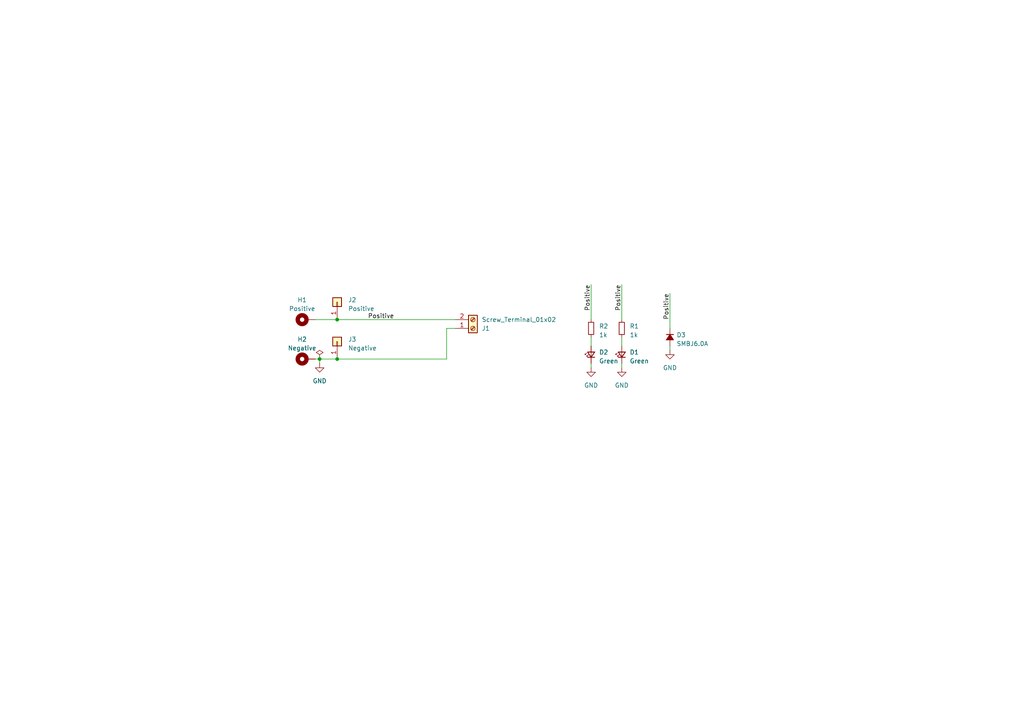
<source format=kicad_sch>
(kicad_sch (version 20231120) (generator "eeschema") (generator_version "8.0")
  (paper "A4")
  (title_block (title "Banana to Screw Terminal (5.08mm pitch)") (date "2024-04-06") (rev "2") (company "baldengineer.com"))
  (lib_symbols
    (symbol "Connector:Screw_Terminal_01x02" (pin_names (offset 1.016) hide)
      (property "Reference" "J" (at 0 2.54 0))
      (property "Value" "Screw_Terminal_01x02" (at 0 -5.08 0))
      (symbol "Screw_Terminal_01x02_1_1"
        (rectangle (start -1.27 1.27) (end 1.27 -3.81) (stroke (width 0.254)) (fill (type background)))
        (circle (center 0 -2.54) (radius 0.635) (stroke (width 0.1524)))
        (polyline (pts (xy -0.5334 -2.2098) (xy 0.3302 -3.048)) (stroke (width 0.1524)))
        (polyline (pts (xy -0.5334 0.3302) (xy 0.3302 -0.508)) (stroke (width 0.1524)))
        (polyline (pts (xy -0.3556 -2.032) (xy 0.508 -2.8702)) (stroke (width 0.1524)))
        (polyline (pts (xy -0.3556 0.508) (xy 0.508 -0.3302)) (stroke (width 0.1524)))
        (circle (center 0 0) (radius 0.635) (stroke (width 0.1524)))
        (pin passive line (at -5.08 0 0) (length 3.81) (name "Pin_1") (number "1"))
        (pin passive line (at -5.08 -2.54 0) (length 3.81) (name "Pin_2") (number "2"))
      )
    )
    (symbol "Connector_Generic:Conn_01x01" (pin_names (offset 1.016) hide)
      (property "Reference" "J" (at 0 2.54 0))
      (property "Value" "Conn_01x01" (at 0 -2.54 0))
      (symbol "Conn_01x01_1_1"
        (rectangle (start -1.27 0.127) (end 0 -0.127) (stroke (width 0.1524)))
        (rectangle (start -1.27 1.27) (end 1.27 -1.27) (stroke (width 0.254)) (fill (type background)))
        (pin passive line (at -5.08 0 0) (length 3.81) (name "Pin_1") (number "1"))
      )
    )
    (symbol "Device:D_Small_Filled" (pin_numbers hide) (pin_names (offset 0.254) hide)
      (property "Reference" "D" (at -1.27 2.032 0))
      (property "Value" "D_Small_Filled" (at -3.81 -2.032 0))
      (symbol "D_Small_Filled_0_1"
        (polyline (pts (xy -0.762 -1.016) (xy -0.762 1.016)) (stroke (width 0.254)))
        (polyline (pts (xy -0.762 0) (xy 0.762 0)))
        (polyline (pts (xy 0.762 -1.016) (xy -0.762 0) (xy 0.762 1.016) (xy 0.762 -1.016)) (stroke (width 0.254)) (fill (type outline)))
      )
      (symbol "D_Small_Filled_1_1"
        (pin passive line (at -2.54 0 0) (length 1.778) (name "K") (number "1"))
        (pin passive line (at 2.54 0 180) (length 1.778) (name "A") (number "2"))
      )
    )
    (symbol "Device:LED_Small" (pin_numbers hide) (pin_names (offset 0.254) hide)
      (property "Reference" "D" (at -1.27 3.175 0))
      (property "Value" "LED_Small" (at -4.445 -2.54 0))
      (symbol "LED_Small_0_1"
        (polyline (pts (xy -0.762 -1.016) (xy -0.762 1.016)) (stroke (width 0.254)))
        (polyline (pts (xy 1.016 0) (xy -0.762 0)))
        (polyline (pts (xy 0.762 -1.016) (xy -0.762 0) (xy 0.762 1.016) (xy 0.762 -1.016)) (stroke (width 0.254)))
        (polyline (pts (xy 0 0.762) (xy -0.508 1.27) (xy -0.254 1.27) (xy -0.508 1.27) (xy -0.508 1.016)))
        (polyline (pts (xy 0.508 1.27) (xy 0 1.778) (xy 0.254 1.778) (xy 0 1.778) (xy 0 1.524)))
      )
      (symbol "LED_Small_1_1"
        (pin passive line (at -2.54 0 0) (length 1.778) (name "K") (number "1"))
        (pin passive line (at 2.54 0 180) (length 1.778) (name "A") (number "2"))
      )
    )
    (symbol "Device:R_Small" (pin_numbers hide) (pin_names (offset 0.254) hide)
      (property "Reference" "R" (at 0.762 0.508 0))
      (property "Value" "R_Small" (at 0.762 -1.016 0))
      (symbol "R_Small_0_1"
        (rectangle (start -0.762 1.778) (end 0.762 -1.778) (stroke (width 0.2032)))
      )
      (symbol "R_Small_1_1"
        (pin passive line (at 0 2.54 270) (length 0.762) (name "~") (number "1"))
        (pin passive line (at 0 -2.54 90) (length 0.762) (name "~") (number "2"))
      )
    )
    (symbol "Mechanical:MountingHole_Pad" (pin_numbers hide) (pin_names (offset 1.016) hide)
      (property "Reference" "H" (at 0 6.35 0))
      (property "Value" "MountingHole_Pad" (at 0 4.445 0))
      (symbol "MountingHole_Pad_0_1"
        (circle (center 0 1.27) (radius 1.27) (stroke (width 1.27)))
      )
      (symbol "MountingHole_Pad_1_1"
        (pin input line (at 0 -2.54 90) (length 2.54) (name "1") (number "1"))
      )
    )
    (symbol "power:GND" (power) (pin_numbers hide) (pin_names (offset 0) hide)
      (property "Value" "GND" (at 0 -3.81 0))
      (symbol "GND_0_1"
        (polyline (pts (xy 0 0) (xy 0 -1.27) (xy 1.27 -1.27) (xy 0 -2.54) (xy -1.27 -1.27) (xy 0 -1.27)))
      )
      (symbol "GND_1_1"
        (pin power_in line (at 0 0 270) (length 0) (name "~") (number "1"))
      )
    )
    (symbol "power:PWR_FLAG" (power) (pin_numbers hide) (pin_names (offset 0) hide)
      (property "Value" "PWR_FLAG" (at 0 3.81 0))
      (symbol "PWR_FLAG_0_0"
        (pin power_out line (at 0 0 90) (length 0) (name "~") (number "1"))
      )
      (symbol "PWR_FLAG_0_1"
        (polyline (pts (xy 0 0) (xy 0 1.27) (xy -1.016 1.905) (xy 0 2.54) (xy 1.016 1.905) (xy 0 1.27)))
      )
    )
  )
  (junction (at 97.79 104.14))
  (junction (at 92.71 104.14))
  (junction (at 97.79 92.71))
  (wire (pts (xy 91.44 104.14) (xy 92.71 104.14)))
  (wire (pts (xy 132.08 95.25) (xy 129.54 95.25)))
  (wire (pts (xy 180.34 97.79) (xy 180.34 100.33)))
  (wire (pts (xy 180.34 105.41) (xy 180.34 106.68)))
  (wire (pts (xy 194.31 85.09) (xy 194.31 95.25)))
  (wire (pts (xy 91.44 92.71) (xy 97.79 92.71)))
  (wire (pts (xy 92.71 104.14) (xy 92.71 105.41)))
  (wire (pts (xy 92.71 104.14) (xy 97.79 104.14)))
  (wire (pts (xy 129.54 95.25) (xy 129.54 104.14)))
  (wire (pts (xy 171.45 105.41) (xy 171.45 106.68)))
  (wire (pts (xy 97.79 104.14) (xy 129.54 104.14)))
  (wire (pts (xy 97.79 92.71) (xy 132.08 92.71)))
  (wire (pts (xy 194.31 100.33) (xy 194.31 101.6)))
  (wire (pts (xy 180.34 82.55) (xy 180.34 92.71)))
  (wire (pts (xy 171.45 82.55) (xy 171.45 92.71)))
  (wire (pts (xy 171.45 97.79) (xy 171.45 100.33)))
  (label "Positive" (at 106.68 92.71 0) (property "Netclass" "Power" (effects (hide yes))))
  (label "Positive" (at 180.34 82.55 270) (property "Netclass" "Power" (effects (hide yes))))
  (label "Positive" (at 171.45 82.55 270) (property "Netclass" "Power" (effects (hide yes))))
  (label "Positive" (at 194.31 85.09 270) (property "Netclass" "Power" (effects (hide yes))))
  (symbol (lib_id "Mechanical:MountingHole_Pad") (at 88.9 104.14 90) (unit 1)
    (property "Reference" "H2" (at 87.63 98.425 90))
    (property "Value" "Negative" (at 87.63 100.965 90))
    (property "Footprint" "MountingHole:MountingHole_3.2mm_M3_Pad_Via" (effects (hide yes)))
  )
  (symbol (lib_id "power:GND") (at 92.71 105.41 0) (unit 1)
    (property "Reference" "#PWR02" (effects (hide yes)))
    (property "Value" "GND" (at 92.71 110.49 0))
    (property "Description" "Power symbol creates a global label with name \"GND\" , ground" (effects (hide yes)))
  )
  (symbol (lib_id "Device:LED_Small") (at 171.45 102.87 90) (unit 1)
    (property "Reference" "D2" (at 173.736 102.1715 90) (effects (justify right)))
    (property "Value" "Green" (at 173.736 104.7115 90) (effects (justify right)))
    (property "Footprint" "LED_SMD:LED_1206_3216Metric_Pad1.42x1.75mm_HandSolder" (effects (hide yes)))
  )
  (symbol (lib_id "Connector:Screw_Terminal_01x02") (at 137.16 95.25 0) (mirror x) (unit 1)
    (property "Reference" "J1" (at 139.7 95.2501 0) (effects (justify left)))
    (property "Value" "Screw_Terminal_01x02" (at 139.7 92.7101 0) (effects (justify left)))
    (property "Footprint" "TerminalBlock:TerminalBlock_bornier-2_P5.08mm" (effects (hide yes)))
    (property "Description" "Generic screw terminal, single row, 01x02, script generated (kicad-library-utils/schlib/autogen/connector/)" (effects (hide yes)))
  )
  (symbol (lib_id "power:GND") (at 180.34 106.68 0) (unit 1)
    (property "Reference" "#PWR03" (effects (hide yes)))
    (property "Value" "GND" (at 180.34 111.76 0))
    (property "Description" "Power symbol creates a global label with name \"GND\" , ground" (effects (hide yes)))
  )
  (symbol (lib_id "power:GND") (at 171.45 106.68 0) (unit 1)
    (property "Reference" "#PWR05" (effects (hide yes)))
    (property "Value" "GND" (at 171.45 111.76 0))
    (property "Description" "Power symbol creates a global label with name \"GND\" , ground" (effects (hide yes)))
  )
  (symbol (lib_id "Connector_Generic:Conn_01x01") (at 97.79 99.06 90) (unit 1)
    (property "Reference" "J3" (at 100.965 98.425 90) (effects (justify right)))
    (property "Value" "Negative" (at 100.965 100.965 90) (effects (justify right)))
    (property "Footprint" "Connector_PinHeader_2.54mm:PinHeader_1x01_P2.54mm_Vertical" (effects (hide yes)))
  )
  (symbol (lib_id "Device:D_Small_Filled") (at 194.31 97.79 270) (unit 1)
    (property "Reference" "D3" (at 196.215 97.155 90) (effects (justify left)))
    (property "Value" "SMBJ6.0A" (at 196.215 99.695 90) (effects (justify left)))
    (property "Footprint" "Diode_SMD:D_SMA-SMB_Universal_Handsoldering" (effects (hide yes)))
    (property "Datasheet" "https://www.farnell.com/datasheets/1874873.pdf" (effects (hide yes)))
    (property "Sim.Device" "D" (effects (hide yes)))
    (property "Sim.Pins" "1=K 2=A" (effects (hide yes)))
  )
  (symbol (lib_id "power:PWR_FLAG") (at 92.71 104.14 0) (unit 1)
    (property "Reference" "#FLG01" (effects (hide yes)))
    (property "Value" "PWR_FLAG" (effects (hide yes)))
    (property "Description" "Special symbol for telling ERC where power comes from" (effects (hide yes)))
  )
  (symbol (lib_id "power:GND") (at 194.31 101.6 0) (unit 1)
    (property "Reference" "#PWR04" (effects (hide yes)))
    (property "Value" "GND" (at 194.31 106.68 0))
    (property "Description" "Power symbol creates a global label with name \"GND\" , ground" (effects (hide yes)))
  )
  (symbol (lib_id "Device:R_Small") (at 171.45 95.25 0) (unit 1)
    (property "Reference" "R2" (at 173.736 94.615 0) (effects (justify left)))
    (property "Value" "1k" (at 173.736 97.155 0) (effects (justify left)))
    (property "Footprint" "Resistor_SMD:R_1206_3216Metric_Pad1.30x1.75mm_HandSolder" (effects (hide yes)))
  )
  (symbol (lib_id "Device:R_Small") (at 180.34 95.25 0) (unit 1)
    (property "Reference" "R1" (at 182.626 94.615 0) (effects (justify left)))
    (property "Value" "1k" (at 182.626 97.155 0) (effects (justify left)))
    (property "Footprint" "Resistor_SMD:R_1206_3216Metric_Pad1.30x1.75mm_HandSolder" (effects (hide yes)))
  )
  (symbol (lib_id "Mechanical:MountingHole_Pad") (at 88.9 92.71 90) (unit 1)
    (property "Reference" "H1" (at 87.63 86.995 90))
    (property "Value" "Positive" (at 87.63 89.535 90))
    (property "Footprint" "MountingHole:MountingHole_3.2mm_M3_Pad_Via" (effects (hide yes)))
  )
  (symbol (lib_id "Device:LED_Small") (at 180.34 102.87 90) (unit 1)
    (property "Reference" "D1" (at 182.626 102.1715 90) (effects (justify right)))
    (property "Value" "Green" (at 182.626 104.7115 90) (effects (justify right)))
    (property "Footprint" "LED_SMD:LED_1206_3216Metric_Pad1.42x1.75mm_HandSolder" (effects (hide yes)))
  )
  (symbol (lib_id "Connector_Generic:Conn_01x01") (at 97.79 87.63 90) (unit 1)
    (property "Reference" "J2" (at 100.965 86.995 90) (effects (justify right)))
    (property "Value" "Positive" (at 100.965 89.535 90) (effects (justify right)))
    (property "Footprint" "Connector_PinHeader_2.54mm:PinHeader_1x01_P2.54mm_Vertical" (effects (hide yes)))
  )
)
</source>
